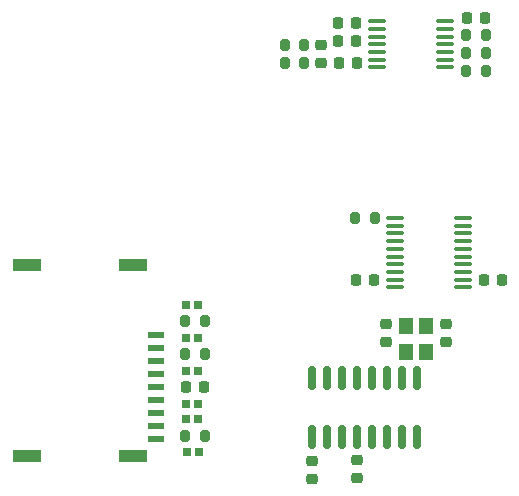
<source format=gbr>
%TF.GenerationSoftware,KiCad,Pcbnew,(7.0.0)*%
%TF.CreationDate,2024-01-17T09:10:34+05:30*%
%TF.ProjectId,Temperature Thing With Thermocouple,54656d70-6572-4617-9475-726520546869,rev?*%
%TF.SameCoordinates,Original*%
%TF.FileFunction,Paste,Bot*%
%TF.FilePolarity,Positive*%
%FSLAX46Y46*%
G04 Gerber Fmt 4.6, Leading zero omitted, Abs format (unit mm)*
G04 Created by KiCad (PCBNEW (7.0.0)) date 2024-01-17 09:10:34*
%MOMM*%
%LPD*%
G01*
G04 APERTURE LIST*
G04 Aperture macros list*
%AMRoundRect*
0 Rectangle with rounded corners*
0 $1 Rounding radius*
0 $2 $3 $4 $5 $6 $7 $8 $9 X,Y pos of 4 corners*
0 Add a 4 corners polygon primitive as box body*
4,1,4,$2,$3,$4,$5,$6,$7,$8,$9,$2,$3,0*
0 Add four circle primitives for the rounded corners*
1,1,$1+$1,$2,$3*
1,1,$1+$1,$4,$5*
1,1,$1+$1,$6,$7*
1,1,$1+$1,$8,$9*
0 Add four rect primitives between the rounded corners*
20,1,$1+$1,$2,$3,$4,$5,0*
20,1,$1+$1,$4,$5,$6,$7,0*
20,1,$1+$1,$6,$7,$8,$9,0*
20,1,$1+$1,$8,$9,$2,$3,0*%
G04 Aperture macros list end*
%ADD10RoundRect,0.200000X-0.200000X-0.275000X0.200000X-0.275000X0.200000X0.275000X-0.200000X0.275000X0*%
%ADD11RoundRect,0.200000X0.200000X0.275000X-0.200000X0.275000X-0.200000X-0.275000X0.200000X-0.275000X0*%
%ADD12RoundRect,0.225000X0.225000X0.250000X-0.225000X0.250000X-0.225000X-0.250000X0.225000X-0.250000X0*%
%ADD13RoundRect,0.150000X-0.150000X0.825000X-0.150000X-0.825000X0.150000X-0.825000X0.150000X0.825000X0*%
%ADD14R,0.650000X0.650000*%
%ADD15RoundRect,0.225000X-0.225000X-0.250000X0.225000X-0.250000X0.225000X0.250000X-0.225000X0.250000X0*%
%ADD16R,2.400000X1.100000*%
%ADD17R,1.400000X0.620000*%
%ADD18RoundRect,0.100000X-0.637500X-0.100000X0.637500X-0.100000X0.637500X0.100000X-0.637500X0.100000X0*%
%ADD19RoundRect,0.225000X-0.250000X0.225000X-0.250000X-0.225000X0.250000X-0.225000X0.250000X0.225000X0*%
%ADD20RoundRect,0.225000X0.250000X-0.225000X0.250000X0.225000X-0.250000X0.225000X-0.250000X-0.225000X0*%
%ADD21R,1.200000X1.400000*%
G04 APERTURE END LIST*
D10*
%TO.C,R3*%
X147273214Y-82450000D03*
X148923214Y-82450000D03*
%TD*%
D11*
%TO.C,R7*%
X140530000Y-114000000D03*
X138880000Y-114000000D03*
%TD*%
D12*
%TO.C,C1*%
X153350000Y-79050000D03*
X151800000Y-79050000D03*
%TD*%
D11*
%TO.C,R9*%
X140530000Y-107100000D03*
X138880000Y-107100000D03*
%TD*%
D13*
%TO.C,U1*%
X149555000Y-109125000D03*
X150825000Y-109125000D03*
X152095000Y-109125000D03*
X153365000Y-109125000D03*
X154635000Y-109125000D03*
X155905000Y-109125000D03*
X157175000Y-109125000D03*
X158445000Y-109125000D03*
X158445000Y-114075000D03*
X157175000Y-114075000D03*
X155905000Y-114075000D03*
X154635000Y-114075000D03*
X153365000Y-114075000D03*
X152095000Y-114075000D03*
X150825000Y-114075000D03*
X149555000Y-114075000D03*
%TD*%
D14*
%TO.C,RV5*%
X139904999Y-108499999D03*
X138904999Y-108499999D03*
%TD*%
D10*
%TO.C,R8*%
X138880000Y-104300000D03*
X140530000Y-104300000D03*
%TD*%
D14*
%TO.C,RV2*%
X139904999Y-112599999D03*
X138904999Y-112599999D03*
%TD*%
%TO.C,RV4*%
X139904999Y-105699999D03*
X138904999Y-105699999D03*
%TD*%
D15*
%TO.C,C5*%
X164125000Y-100800000D03*
X165675000Y-100800000D03*
%TD*%
D16*
%TO.C,U5*%
X134424999Y-115674999D03*
X125424999Y-115674999D03*
X125424999Y-99524999D03*
X134424999Y-99524999D03*
D17*
X136424999Y-105494999D03*
X136424999Y-106594999D03*
X136424999Y-107694999D03*
X136424999Y-108794999D03*
X136424999Y-109894999D03*
X136424999Y-110994999D03*
X136424999Y-112094999D03*
X136424999Y-113194999D03*
X136424999Y-114294999D03*
%TD*%
D15*
%TO.C,C16*%
X138930000Y-109900000D03*
X140480000Y-109900000D03*
%TD*%
D14*
%TO.C,RV1*%
X139904999Y-111299999D03*
X138904999Y-111299999D03*
%TD*%
D18*
%TO.C,U3*%
X156637500Y-101425000D03*
X156637500Y-100775000D03*
X156637500Y-100125000D03*
X156637500Y-99475000D03*
X156637500Y-98825000D03*
X156637500Y-98175000D03*
X156637500Y-97525000D03*
X156637500Y-96875000D03*
X156637500Y-96225000D03*
X156637500Y-95575000D03*
X162362500Y-95575000D03*
X162362500Y-96225000D03*
X162362500Y-96875000D03*
X162362500Y-97525000D03*
X162362500Y-98175000D03*
X162362500Y-98825000D03*
X162362500Y-99475000D03*
X162362500Y-100125000D03*
X162362500Y-100775000D03*
X162362500Y-101425000D03*
%TD*%
D14*
%TO.C,RV3*%
X139904999Y-102899999D03*
X138904999Y-102899999D03*
%TD*%
D19*
%TO.C,C7*%
X150360714Y-80925000D03*
X150360714Y-82475000D03*
%TD*%
D15*
%TO.C,C6*%
X151800000Y-80550000D03*
X153350000Y-80550000D03*
%TD*%
D14*
%TO.C,RV6*%
X140004999Y-115399999D03*
X139004999Y-115399999D03*
%TD*%
D18*
%TO.C,U2*%
X155135714Y-82800000D03*
X155135714Y-82150000D03*
X155135714Y-81500000D03*
X155135714Y-80850000D03*
X155135714Y-80200000D03*
X155135714Y-79550000D03*
X155135714Y-78900000D03*
X160860714Y-78900000D03*
X160860714Y-79550000D03*
X160860714Y-80200000D03*
X160860714Y-80850000D03*
X160860714Y-81500000D03*
X160860714Y-82150000D03*
X160860714Y-82800000D03*
%TD*%
D11*
%TO.C,R5*%
X164300000Y-81600000D03*
X162650000Y-81600000D03*
%TD*%
%TO.C,R4*%
X164300000Y-83100000D03*
X162650000Y-83100000D03*
%TD*%
%TO.C,R6*%
X164300000Y-80100000D03*
X162650000Y-80100000D03*
%TD*%
D20*
%TO.C,C4*%
X149605000Y-117650000D03*
X149605000Y-116100000D03*
%TD*%
D15*
%TO.C,C2*%
X162700000Y-78600000D03*
X164250000Y-78600000D03*
%TD*%
D12*
%TO.C,C10*%
X153435714Y-82450000D03*
X151885714Y-82450000D03*
%TD*%
D19*
%TO.C,C9*%
X153400000Y-116025000D03*
X153400000Y-117575000D03*
%TD*%
D10*
%TO.C,R1*%
X153275000Y-95600000D03*
X154925000Y-95600000D03*
%TD*%
D21*
%TO.C,Y1*%
X159254999Y-104674999D03*
X159254999Y-106874999D03*
X157554999Y-106874999D03*
X157554999Y-104674999D03*
%TD*%
D12*
%TO.C,C3*%
X154875000Y-100800000D03*
X153325000Y-100800000D03*
%TD*%
D10*
%TO.C,R2*%
X147273214Y-80950000D03*
X148923214Y-80950000D03*
%TD*%
D19*
%TO.C,C8*%
X155900000Y-104500000D03*
X155900000Y-106050000D03*
%TD*%
D20*
%TO.C,C11*%
X160900000Y-106050000D03*
X160900000Y-104500000D03*
%TD*%
M02*

</source>
